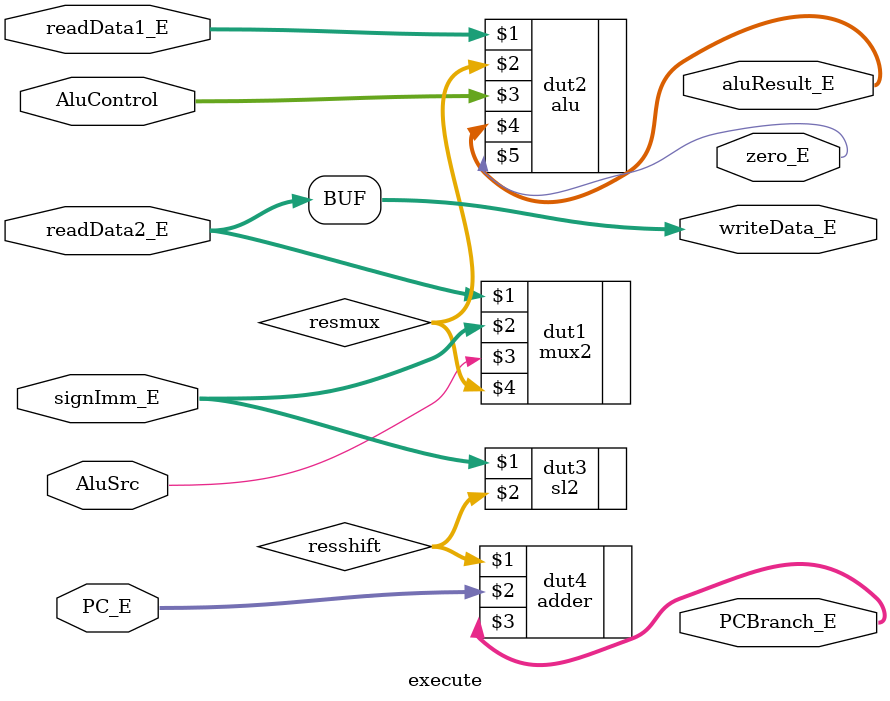
<source format=sv>

module execute #(parameter N = 64) 
					(input logic AluSrc,
					 input logic [3:0] AluControl,
					 input logic [N-1:0] PC_E,signImm_E,readData1_E,readData2_E,
					 output logic [N-1:0] PCBranch_E,aluResult_E,writeData_E,
					 output logic zero_E
					 );

logic [N-1:0] resmux;
logic [N-1:0] resshift;
mux2 dut1 (readData2_E,signImm_E,AluSrc,resmux);
assign writeData_E = readData2_E;
alu dut2 (readData1_E,resmux,AluControl,aluResult_E,zero_E);
sl2 dut3 (signImm_E,resshift);
adder dut4 (resshift,PC_E,PCBranch_E);
endmodule
//alu, sl2, adder y mux2

</source>
